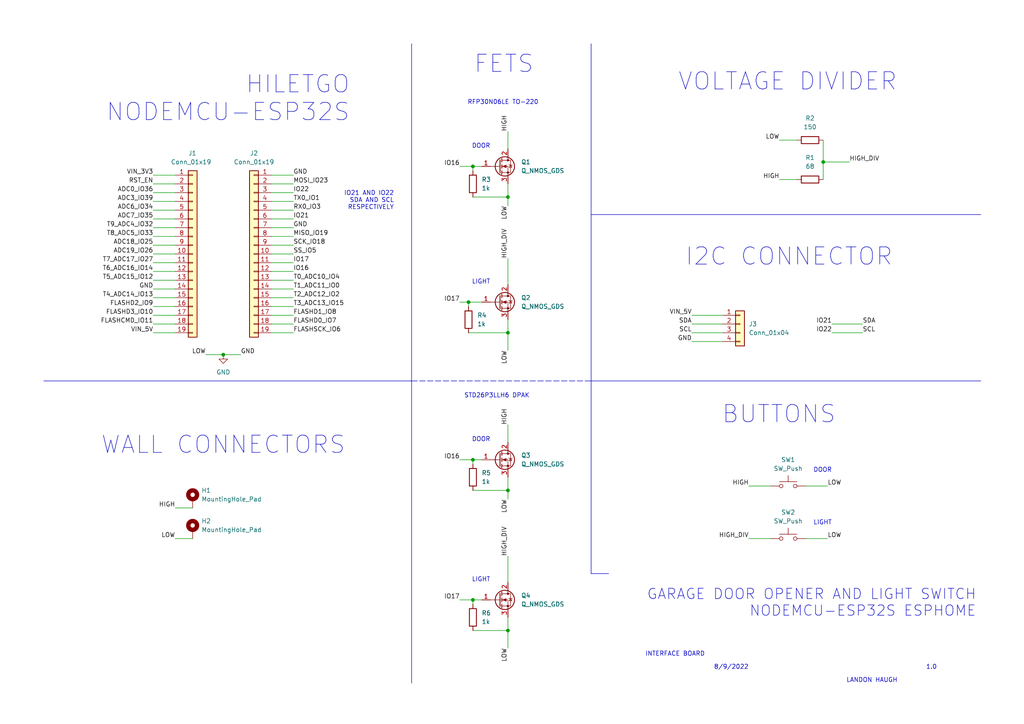
<source format=kicad_sch>
(kicad_sch (version 20211123) (generator eeschema)

  (uuid 66666111-0959-47c0-a5a9-64d8236b2d46)

  (paper "A4")

  (lib_symbols
    (symbol "Connector_Generic:Conn_01x04" (pin_names (offset 1.016) hide) (in_bom yes) (on_board yes)
      (property "Reference" "J" (id 0) (at 0 5.08 0)
        (effects (font (size 1.27 1.27)))
      )
      (property "Value" "Conn_01x04" (id 1) (at 0 -7.62 0)
        (effects (font (size 1.27 1.27)))
      )
      (property "Footprint" "" (id 2) (at 0 0 0)
        (effects (font (size 1.27 1.27)) hide)
      )
      (property "Datasheet" "~" (id 3) (at 0 0 0)
        (effects (font (size 1.27 1.27)) hide)
      )
      (property "ki_keywords" "connector" (id 4) (at 0 0 0)
        (effects (font (size 1.27 1.27)) hide)
      )
      (property "ki_description" "Generic connector, single row, 01x04, script generated (kicad-library-utils/schlib/autogen/connector/)" (id 5) (at 0 0 0)
        (effects (font (size 1.27 1.27)) hide)
      )
      (property "ki_fp_filters" "Connector*:*_1x??_*" (id 6) (at 0 0 0)
        (effects (font (size 1.27 1.27)) hide)
      )
      (symbol "Conn_01x04_1_1"
        (rectangle (start -1.27 -4.953) (end 0 -5.207)
          (stroke (width 0.1524) (type default) (color 0 0 0 0))
          (fill (type none))
        )
        (rectangle (start -1.27 -2.413) (end 0 -2.667)
          (stroke (width 0.1524) (type default) (color 0 0 0 0))
          (fill (type none))
        )
        (rectangle (start -1.27 0.127) (end 0 -0.127)
          (stroke (width 0.1524) (type default) (color 0 0 0 0))
          (fill (type none))
        )
        (rectangle (start -1.27 2.667) (end 0 2.413)
          (stroke (width 0.1524) (type default) (color 0 0 0 0))
          (fill (type none))
        )
        (rectangle (start -1.27 3.81) (end 1.27 -6.35)
          (stroke (width 0.254) (type default) (color 0 0 0 0))
          (fill (type background))
        )
        (pin passive line (at -5.08 2.54 0) (length 3.81)
          (name "Pin_1" (effects (font (size 1.27 1.27))))
          (number "1" (effects (font (size 1.27 1.27))))
        )
        (pin passive line (at -5.08 0 0) (length 3.81)
          (name "Pin_2" (effects (font (size 1.27 1.27))))
          (number "2" (effects (font (size 1.27 1.27))))
        )
        (pin passive line (at -5.08 -2.54 0) (length 3.81)
          (name "Pin_3" (effects (font (size 1.27 1.27))))
          (number "3" (effects (font (size 1.27 1.27))))
        )
        (pin passive line (at -5.08 -5.08 0) (length 3.81)
          (name "Pin_4" (effects (font (size 1.27 1.27))))
          (number "4" (effects (font (size 1.27 1.27))))
        )
      )
    )
    (symbol "Connector_Generic:Conn_01x19" (pin_names (offset 1.016) hide) (in_bom yes) (on_board yes)
      (property "Reference" "J" (id 0) (at 0 25.4 0)
        (effects (font (size 1.27 1.27)))
      )
      (property "Value" "Conn_01x19" (id 1) (at 0 -25.4 0)
        (effects (font (size 1.27 1.27)))
      )
      (property "Footprint" "" (id 2) (at 0 0 0)
        (effects (font (size 1.27 1.27)) hide)
      )
      (property "Datasheet" "~" (id 3) (at 0 0 0)
        (effects (font (size 1.27 1.27)) hide)
      )
      (property "ki_keywords" "connector" (id 4) (at 0 0 0)
        (effects (font (size 1.27 1.27)) hide)
      )
      (property "ki_description" "Generic connector, single row, 01x19, script generated (kicad-library-utils/schlib/autogen/connector/)" (id 5) (at 0 0 0)
        (effects (font (size 1.27 1.27)) hide)
      )
      (property "ki_fp_filters" "Connector*:*_1x??_*" (id 6) (at 0 0 0)
        (effects (font (size 1.27 1.27)) hide)
      )
      (symbol "Conn_01x19_1_1"
        (rectangle (start -1.27 -22.733) (end 0 -22.987)
          (stroke (width 0.1524) (type default) (color 0 0 0 0))
          (fill (type none))
        )
        (rectangle (start -1.27 -20.193) (end 0 -20.447)
          (stroke (width 0.1524) (type default) (color 0 0 0 0))
          (fill (type none))
        )
        (rectangle (start -1.27 -17.653) (end 0 -17.907)
          (stroke (width 0.1524) (type default) (color 0 0 0 0))
          (fill (type none))
        )
        (rectangle (start -1.27 -15.113) (end 0 -15.367)
          (stroke (width 0.1524) (type default) (color 0 0 0 0))
          (fill (type none))
        )
        (rectangle (start -1.27 -12.573) (end 0 -12.827)
          (stroke (width 0.1524) (type default) (color 0 0 0 0))
          (fill (type none))
        )
        (rectangle (start -1.27 -10.033) (end 0 -10.287)
          (stroke (width 0.1524) (type default) (color 0 0 0 0))
          (fill (type none))
        )
        (rectangle (start -1.27 -7.493) (end 0 -7.747)
          (stroke (width 0.1524) (type default) (color 0 0 0 0))
          (fill (type none))
        )
        (rectangle (start -1.27 -4.953) (end 0 -5.207)
          (stroke (width 0.1524) (type default) (color 0 0 0 0))
          (fill (type none))
        )
        (rectangle (start -1.27 -2.413) (end 0 -2.667)
          (stroke (width 0.1524) (type default) (color 0 0 0 0))
          (fill (type none))
        )
        (rectangle (start -1.27 0.127) (end 0 -0.127)
          (stroke (width 0.1524) (type default) (color 0 0 0 0))
          (fill (type none))
        )
        (rectangle (start -1.27 2.667) (end 0 2.413)
          (stroke (width 0.1524) (type default) (color 0 0 0 0))
          (fill (type none))
        )
        (rectangle (start -1.27 5.207) (end 0 4.953)
          (stroke (width 0.1524) (type default) (color 0 0 0 0))
          (fill (type none))
        )
        (rectangle (start -1.27 7.747) (end 0 7.493)
          (stroke (width 0.1524) (type default) (color 0 0 0 0))
          (fill (type none))
        )
        (rectangle (start -1.27 10.287) (end 0 10.033)
          (stroke (width 0.1524) (type default) (color 0 0 0 0))
          (fill (type none))
        )
        (rectangle (start -1.27 12.827) (end 0 12.573)
          (stroke (width 0.1524) (type default) (color 0 0 0 0))
          (fill (type none))
        )
        (rectangle (start -1.27 15.367) (end 0 15.113)
          (stroke (width 0.1524) (type default) (color 0 0 0 0))
          (fill (type none))
        )
        (rectangle (start -1.27 17.907) (end 0 17.653)
          (stroke (width 0.1524) (type default) (color 0 0 0 0))
          (fill (type none))
        )
        (rectangle (start -1.27 20.447) (end 0 20.193)
          (stroke (width 0.1524) (type default) (color 0 0 0 0))
          (fill (type none))
        )
        (rectangle (start -1.27 22.987) (end 0 22.733)
          (stroke (width 0.1524) (type default) (color 0 0 0 0))
          (fill (type none))
        )
        (rectangle (start -1.27 24.13) (end 1.27 -24.13)
          (stroke (width 0.254) (type default) (color 0 0 0 0))
          (fill (type background))
        )
        (pin passive line (at -5.08 22.86 0) (length 3.81)
          (name "Pin_1" (effects (font (size 1.27 1.27))))
          (number "1" (effects (font (size 1.27 1.27))))
        )
        (pin passive line (at -5.08 0 0) (length 3.81)
          (name "Pin_10" (effects (font (size 1.27 1.27))))
          (number "10" (effects (font (size 1.27 1.27))))
        )
        (pin passive line (at -5.08 -2.54 0) (length 3.81)
          (name "Pin_11" (effects (font (size 1.27 1.27))))
          (number "11" (effects (font (size 1.27 1.27))))
        )
        (pin passive line (at -5.08 -5.08 0) (length 3.81)
          (name "Pin_12" (effects (font (size 1.27 1.27))))
          (number "12" (effects (font (size 1.27 1.27))))
        )
        (pin passive line (at -5.08 -7.62 0) (length 3.81)
          (name "Pin_13" (effects (font (size 1.27 1.27))))
          (number "13" (effects (font (size 1.27 1.27))))
        )
        (pin passive line (at -5.08 -10.16 0) (length 3.81)
          (name "Pin_14" (effects (font (size 1.27 1.27))))
          (number "14" (effects (font (size 1.27 1.27))))
        )
        (pin passive line (at -5.08 -12.7 0) (length 3.81)
          (name "Pin_15" (effects (font (size 1.27 1.27))))
          (number "15" (effects (font (size 1.27 1.27))))
        )
        (pin passive line (at -5.08 -15.24 0) (length 3.81)
          (name "Pin_16" (effects (font (size 1.27 1.27))))
          (number "16" (effects (font (size 1.27 1.27))))
        )
        (pin passive line (at -5.08 -17.78 0) (length 3.81)
          (name "Pin_17" (effects (font (size 1.27 1.27))))
          (number "17" (effects (font (size 1.27 1.27))))
        )
        (pin passive line (at -5.08 -20.32 0) (length 3.81)
          (name "Pin_18" (effects (font (size 1.27 1.27))))
          (number "18" (effects (font (size 1.27 1.27))))
        )
        (pin passive line (at -5.08 -22.86 0) (length 3.81)
          (name "Pin_19" (effects (font (size 1.27 1.27))))
          (number "19" (effects (font (size 1.27 1.27))))
        )
        (pin passive line (at -5.08 20.32 0) (length 3.81)
          (name "Pin_2" (effects (font (size 1.27 1.27))))
          (number "2" (effects (font (size 1.27 1.27))))
        )
        (pin passive line (at -5.08 17.78 0) (length 3.81)
          (name "Pin_3" (effects (font (size 1.27 1.27))))
          (number "3" (effects (font (size 1.27 1.27))))
        )
        (pin passive line (at -5.08 15.24 0) (length 3.81)
          (name "Pin_4" (effects (font (size 1.27 1.27))))
          (number "4" (effects (font (size 1.27 1.27))))
        )
        (pin passive line (at -5.08 12.7 0) (length 3.81)
          (name "Pin_5" (effects (font (size 1.27 1.27))))
          (number "5" (effects (font (size 1.27 1.27))))
        )
        (pin passive line (at -5.08 10.16 0) (length 3.81)
          (name "Pin_6" (effects (font (size 1.27 1.27))))
          (number "6" (effects (font (size 1.27 1.27))))
        )
        (pin passive line (at -5.08 7.62 0) (length 3.81)
          (name "Pin_7" (effects (font (size 1.27 1.27))))
          (number "7" (effects (font (size 1.27 1.27))))
        )
        (pin passive line (at -5.08 5.08 0) (length 3.81)
          (name "Pin_8" (effects (font (size 1.27 1.27))))
          (number "8" (effects (font (size 1.27 1.27))))
        )
        (pin passive line (at -5.08 2.54 0) (length 3.81)
          (name "Pin_9" (effects (font (size 1.27 1.27))))
          (number "9" (effects (font (size 1.27 1.27))))
        )
      )
    )
    (symbol "Device:Q_NMOS_GDS" (pin_names (offset 0) hide) (in_bom yes) (on_board yes)
      (property "Reference" "Q" (id 0) (at 5.08 1.27 0)
        (effects (font (size 1.27 1.27)) (justify left))
      )
      (property "Value" "Q_NMOS_GDS" (id 1) (at 5.08 -1.27 0)
        (effects (font (size 1.27 1.27)) (justify left))
      )
      (property "Footprint" "" (id 2) (at 5.08 2.54 0)
        (effects (font (size 1.27 1.27)) hide)
      )
      (property "Datasheet" "~" (id 3) (at 0 0 0)
        (effects (font (size 1.27 1.27)) hide)
      )
      (property "ki_keywords" "transistor NMOS N-MOS N-MOSFET" (id 4) (at 0 0 0)
        (effects (font (size 1.27 1.27)) hide)
      )
      (property "ki_description" "N-MOSFET transistor, gate/drain/source" (id 5) (at 0 0 0)
        (effects (font (size 1.27 1.27)) hide)
      )
      (symbol "Q_NMOS_GDS_0_1"
        (polyline
          (pts
            (xy 0.254 0)
            (xy -2.54 0)
          )
          (stroke (width 0) (type default) (color 0 0 0 0))
          (fill (type none))
        )
        (polyline
          (pts
            (xy 0.254 1.905)
            (xy 0.254 -1.905)
          )
          (stroke (width 0.254) (type default) (color 0 0 0 0))
          (fill (type none))
        )
        (polyline
          (pts
            (xy 0.762 -1.27)
            (xy 0.762 -2.286)
          )
          (stroke (width 0.254) (type default) (color 0 0 0 0))
          (fill (type none))
        )
        (polyline
          (pts
            (xy 0.762 0.508)
            (xy 0.762 -0.508)
          )
          (stroke (width 0.254) (type default) (color 0 0 0 0))
          (fill (type none))
        )
        (polyline
          (pts
            (xy 0.762 2.286)
            (xy 0.762 1.27)
          )
          (stroke (width 0.254) (type default) (color 0 0 0 0))
          (fill (type none))
        )
        (polyline
          (pts
            (xy 2.54 2.54)
            (xy 2.54 1.778)
          )
          (stroke (width 0) (type default) (color 0 0 0 0))
          (fill (type none))
        )
        (polyline
          (pts
            (xy 2.54 -2.54)
            (xy 2.54 0)
            (xy 0.762 0)
          )
          (stroke (width 0) (type default) (color 0 0 0 0))
          (fill (type none))
        )
        (polyline
          (pts
            (xy 0.762 -1.778)
            (xy 3.302 -1.778)
            (xy 3.302 1.778)
            (xy 0.762 1.778)
          )
          (stroke (width 0) (type default) (color 0 0 0 0))
          (fill (type none))
        )
        (polyline
          (pts
            (xy 1.016 0)
            (xy 2.032 0.381)
            (xy 2.032 -0.381)
            (xy 1.016 0)
          )
          (stroke (width 0) (type default) (color 0 0 0 0))
          (fill (type outline))
        )
        (polyline
          (pts
            (xy 2.794 0.508)
            (xy 2.921 0.381)
            (xy 3.683 0.381)
            (xy 3.81 0.254)
          )
          (stroke (width 0) (type default) (color 0 0 0 0))
          (fill (type none))
        )
        (polyline
          (pts
            (xy 3.302 0.381)
            (xy 2.921 -0.254)
            (xy 3.683 -0.254)
            (xy 3.302 0.381)
          )
          (stroke (width 0) (type default) (color 0 0 0 0))
          (fill (type none))
        )
        (circle (center 1.651 0) (radius 2.794)
          (stroke (width 0.254) (type default) (color 0 0 0 0))
          (fill (type none))
        )
        (circle (center 2.54 -1.778) (radius 0.254)
          (stroke (width 0) (type default) (color 0 0 0 0))
          (fill (type outline))
        )
        (circle (center 2.54 1.778) (radius 0.254)
          (stroke (width 0) (type default) (color 0 0 0 0))
          (fill (type outline))
        )
      )
      (symbol "Q_NMOS_GDS_1_1"
        (pin input line (at -5.08 0 0) (length 2.54)
          (name "G" (effects (font (size 1.27 1.27))))
          (number "1" (effects (font (size 1.27 1.27))))
        )
        (pin passive line (at 2.54 5.08 270) (length 2.54)
          (name "D" (effects (font (size 1.27 1.27))))
          (number "2" (effects (font (size 1.27 1.27))))
        )
        (pin passive line (at 2.54 -5.08 90) (length 2.54)
          (name "S" (effects (font (size 1.27 1.27))))
          (number "3" (effects (font (size 1.27 1.27))))
        )
      )
    )
    (symbol "Device:R" (pin_numbers hide) (pin_names (offset 0)) (in_bom yes) (on_board yes)
      (property "Reference" "R" (id 0) (at 2.032 0 90)
        (effects (font (size 1.27 1.27)))
      )
      (property "Value" "R" (id 1) (at 0 0 90)
        (effects (font (size 1.27 1.27)))
      )
      (property "Footprint" "" (id 2) (at -1.778 0 90)
        (effects (font (size 1.27 1.27)) hide)
      )
      (property "Datasheet" "~" (id 3) (at 0 0 0)
        (effects (font (size 1.27 1.27)) hide)
      )
      (property "ki_keywords" "R res resistor" (id 4) (at 0 0 0)
        (effects (font (size 1.27 1.27)) hide)
      )
      (property "ki_description" "Resistor" (id 5) (at 0 0 0)
        (effects (font (size 1.27 1.27)) hide)
      )
      (property "ki_fp_filters" "R_*" (id 6) (at 0 0 0)
        (effects (font (size 1.27 1.27)) hide)
      )
      (symbol "R_0_1"
        (rectangle (start -1.016 -2.54) (end 1.016 2.54)
          (stroke (width 0.254) (type default) (color 0 0 0 0))
          (fill (type none))
        )
      )
      (symbol "R_1_1"
        (pin passive line (at 0 3.81 270) (length 1.27)
          (name "~" (effects (font (size 1.27 1.27))))
          (number "1" (effects (font (size 1.27 1.27))))
        )
        (pin passive line (at 0 -3.81 90) (length 1.27)
          (name "~" (effects (font (size 1.27 1.27))))
          (number "2" (effects (font (size 1.27 1.27))))
        )
      )
    )
    (symbol "Mechanical:MountingHole_Pad" (pin_numbers hide) (pin_names (offset 1.016) hide) (in_bom yes) (on_board yes)
      (property "Reference" "H" (id 0) (at 0 6.35 0)
        (effects (font (size 1.27 1.27)))
      )
      (property "Value" "MountingHole_Pad" (id 1) (at 0 4.445 0)
        (effects (font (size 1.27 1.27)))
      )
      (property "Footprint" "" (id 2) (at 0 0 0)
        (effects (font (size 1.27 1.27)) hide)
      )
      (property "Datasheet" "~" (id 3) (at 0 0 0)
        (effects (font (size 1.27 1.27)) hide)
      )
      (property "ki_keywords" "mounting hole" (id 4) (at 0 0 0)
        (effects (font (size 1.27 1.27)) hide)
      )
      (property "ki_description" "Mounting Hole with connection" (id 5) (at 0 0 0)
        (effects (font (size 1.27 1.27)) hide)
      )
      (property "ki_fp_filters" "MountingHole*Pad*" (id 6) (at 0 0 0)
        (effects (font (size 1.27 1.27)) hide)
      )
      (symbol "MountingHole_Pad_0_1"
        (circle (center 0 1.27) (radius 1.27)
          (stroke (width 1.27) (type default) (color 0 0 0 0))
          (fill (type none))
        )
      )
      (symbol "MountingHole_Pad_1_1"
        (pin input line (at 0 -2.54 90) (length 2.54)
          (name "1" (effects (font (size 1.27 1.27))))
          (number "1" (effects (font (size 1.27 1.27))))
        )
      )
    )
    (symbol "Switch:SW_Push" (pin_numbers hide) (pin_names (offset 1.016) hide) (in_bom yes) (on_board yes)
      (property "Reference" "SW" (id 0) (at 1.27 2.54 0)
        (effects (font (size 1.27 1.27)) (justify left))
      )
      (property "Value" "SW_Push" (id 1) (at 0 -1.524 0)
        (effects (font (size 1.27 1.27)))
      )
      (property "Footprint" "" (id 2) (at 0 5.08 0)
        (effects (font (size 1.27 1.27)) hide)
      )
      (property "Datasheet" "~" (id 3) (at 0 5.08 0)
        (effects (font (size 1.27 1.27)) hide)
      )
      (property "ki_keywords" "switch normally-open pushbutton push-button" (id 4) (at 0 0 0)
        (effects (font (size 1.27 1.27)) hide)
      )
      (property "ki_description" "Push button switch, generic, two pins" (id 5) (at 0 0 0)
        (effects (font (size 1.27 1.27)) hide)
      )
      (symbol "SW_Push_0_1"
        (circle (center -2.032 0) (radius 0.508)
          (stroke (width 0) (type default) (color 0 0 0 0))
          (fill (type none))
        )
        (polyline
          (pts
            (xy 0 1.27)
            (xy 0 3.048)
          )
          (stroke (width 0) (type default) (color 0 0 0 0))
          (fill (type none))
        )
        (polyline
          (pts
            (xy 2.54 1.27)
            (xy -2.54 1.27)
          )
          (stroke (width 0) (type default) (color 0 0 0 0))
          (fill (type none))
        )
        (circle (center 2.032 0) (radius 0.508)
          (stroke (width 0) (type default) (color 0 0 0 0))
          (fill (type none))
        )
        (pin passive line (at -5.08 0 0) (length 2.54)
          (name "1" (effects (font (size 1.27 1.27))))
          (number "1" (effects (font (size 1.27 1.27))))
        )
        (pin passive line (at 5.08 0 180) (length 2.54)
          (name "2" (effects (font (size 1.27 1.27))))
          (number "2" (effects (font (size 1.27 1.27))))
        )
      )
    )
    (symbol "power:GND" (power) (pin_names (offset 0)) (in_bom yes) (on_board yes)
      (property "Reference" "#PWR" (id 0) (at 0 -6.35 0)
        (effects (font (size 1.27 1.27)) hide)
      )
      (property "Value" "GND" (id 1) (at 0 -3.81 0)
        (effects (font (size 1.27 1.27)))
      )
      (property "Footprint" "" (id 2) (at 0 0 0)
        (effects (font (size 1.27 1.27)) hide)
      )
      (property "Datasheet" "" (id 3) (at 0 0 0)
        (effects (font (size 1.27 1.27)) hide)
      )
      (property "ki_keywords" "power-flag" (id 4) (at 0 0 0)
        (effects (font (size 1.27 1.27)) hide)
      )
      (property "ki_description" "Power symbol creates a global label with name \"GND\" , ground" (id 5) (at 0 0 0)
        (effects (font (size 1.27 1.27)) hide)
      )
      (symbol "GND_0_1"
        (polyline
          (pts
            (xy 0 0)
            (xy 0 -1.27)
            (xy 1.27 -1.27)
            (xy 0 -2.54)
            (xy -1.27 -1.27)
            (xy 0 -1.27)
          )
          (stroke (width 0) (type default) (color 0 0 0 0))
          (fill (type none))
        )
      )
      (symbol "GND_1_1"
        (pin power_in line (at 0 0 270) (length 0) hide
          (name "GND" (effects (font (size 1.27 1.27))))
          (number "1" (effects (font (size 1.27 1.27))))
        )
      )
    )
  )

  (junction (at 147.32 57.15) (diameter 0) (color 0 0 0 0)
    (uuid 15ba8359-8fd2-44ec-abf1-b655a1f71ec1)
  )
  (junction (at 147.32 182.88) (diameter 0) (color 0 0 0 0)
    (uuid 3fa428ed-e2c0-4ee4-9e01-d77450ecee5a)
  )
  (junction (at 238.76 46.99) (diameter 0) (color 0 0 0 0)
    (uuid 4105a3f1-3d63-4d87-aaee-2ca706c86996)
  )
  (junction (at 137.16 48.26) (diameter 0) (color 0 0 0 0)
    (uuid 57a17694-d9b8-4e3b-a5b8-5b410d6f2f94)
  )
  (junction (at 137.16 173.99) (diameter 0) (color 0 0 0 0)
    (uuid 94442d63-b72b-411a-8da8-090f2893d692)
  )
  (junction (at 135.89 87.63) (diameter 0) (color 0 0 0 0)
    (uuid a84c779a-e082-4e37-9428-bf5a41eb2330)
  )
  (junction (at 137.16 133.35) (diameter 0) (color 0 0 0 0)
    (uuid b7f0de42-999f-4146-ba46-1b703b6aa1d9)
  )
  (junction (at 147.32 96.52) (diameter 0) (color 0 0 0 0)
    (uuid d659f1a8-a578-4251-aee6-4641791b5e0a)
  )
  (junction (at 64.77 102.87) (diameter 0) (color 0 0 0 0)
    (uuid e26eff54-08e0-406a-ace3-b1a418dba27d)
  )
  (junction (at 147.32 142.24) (diameter 0) (color 0 0 0 0)
    (uuid fbddbe34-086d-452e-826c-3c388f5a651a)
  )

  (wire (pts (xy 137.16 173.99) (xy 139.7 173.99))
    (stroke (width 0) (type default) (color 0 0 0 0))
    (uuid 00c5460a-47a9-4a0c-a76d-dafb5149c463)
  )
  (wire (pts (xy 133.35 48.26) (xy 137.16 48.26))
    (stroke (width 0) (type default) (color 0 0 0 0))
    (uuid 01bf07fd-5a02-4b4d-ba27-71eb021d8ba9)
  )
  (wire (pts (xy 44.45 60.96) (xy 50.8 60.96))
    (stroke (width 0) (type default) (color 0 0 0 0))
    (uuid 02dd37ac-6ccc-489f-a3e4-6a30a8741b92)
  )
  (wire (pts (xy 78.74 91.44) (xy 85.09 91.44))
    (stroke (width 0) (type default) (color 0 0 0 0))
    (uuid 06bd0b33-2834-4176-8450-791c67c97698)
  )
  (wire (pts (xy 233.68 140.97) (xy 240.03 140.97))
    (stroke (width 0) (type default) (color 0 0 0 0))
    (uuid 076a5972-8bbd-46f7-9088-b2df9654c462)
  )
  (polyline (pts (xy 171.45 110.49) (xy 171.45 166.37))
    (stroke (width 0) (type solid) (color 0 0 0 0))
    (uuid 0af8868d-af38-40c5-89a5-58fc9128e2c1)
  )

  (wire (pts (xy 44.45 78.74) (xy 50.8 78.74))
    (stroke (width 0) (type default) (color 0 0 0 0))
    (uuid 0b81db27-00ff-4965-9d2f-44c958dde53b)
  )
  (wire (pts (xy 44.45 53.34) (xy 50.8 53.34))
    (stroke (width 0) (type default) (color 0 0 0 0))
    (uuid 1170b95c-ca3e-4d74-abbb-5ed54ea8745f)
  )
  (wire (pts (xy 200.66 99.06) (xy 209.55 99.06))
    (stroke (width 0) (type default) (color 0 0 0 0))
    (uuid 15a65304-8dec-490c-bfc5-9e68bf3a87d4)
  )
  (wire (pts (xy 147.32 74.93) (xy 147.32 82.55))
    (stroke (width 0) (type default) (color 0 0 0 0))
    (uuid 17c59d67-1f61-464f-9497-fdf70b213ebd)
  )
  (wire (pts (xy 44.45 81.28) (xy 50.8 81.28))
    (stroke (width 0) (type default) (color 0 0 0 0))
    (uuid 1a817bb7-3e12-42fb-83e1-9c6600d78c4a)
  )
  (polyline (pts (xy 119.38 110.49) (xy 119.38 198.12))
    (stroke (width 0) (type solid) (color 0 0 0 0))
    (uuid 21ddf68d-bb02-479c-bfdb-d380269ab461)
  )

  (wire (pts (xy 238.76 40.64) (xy 238.76 46.99))
    (stroke (width 0) (type default) (color 0 0 0 0))
    (uuid 24b85e30-8666-4c7d-9964-4e14ed43dc23)
  )
  (wire (pts (xy 135.89 96.52) (xy 147.32 96.52))
    (stroke (width 0) (type default) (color 0 0 0 0))
    (uuid 274534be-8ba6-44ae-90e0-e7a7b57289c1)
  )
  (wire (pts (xy 147.32 142.24) (xy 147.32 144.78))
    (stroke (width 0) (type default) (color 0 0 0 0))
    (uuid 2811c025-de98-42be-9da2-13a87c04e88c)
  )
  (wire (pts (xy 78.74 73.66) (xy 85.09 73.66))
    (stroke (width 0) (type default) (color 0 0 0 0))
    (uuid 2de0d2c9-04ae-463c-b838-1eaa44828192)
  )
  (wire (pts (xy 133.35 133.35) (xy 137.16 133.35))
    (stroke (width 0) (type default) (color 0 0 0 0))
    (uuid 2f3fbcf1-8dab-44c2-907e-76fe1837dae3)
  )
  (wire (pts (xy 147.32 57.15) (xy 147.32 59.69))
    (stroke (width 0) (type default) (color 0 0 0 0))
    (uuid 3231cc68-4c1a-458f-b755-bed485c4a7f8)
  )
  (wire (pts (xy 59.69 102.87) (xy 64.77 102.87))
    (stroke (width 0) (type default) (color 0 0 0 0))
    (uuid 3866dcdb-f2ed-4fa2-83c4-88e3c407f8dc)
  )
  (wire (pts (xy 137.16 133.35) (xy 139.7 133.35))
    (stroke (width 0) (type default) (color 0 0 0 0))
    (uuid 3d71891b-97a5-4fa1-85e5-5421fe13587a)
  )
  (wire (pts (xy 137.16 48.26) (xy 137.16 49.53))
    (stroke (width 0) (type default) (color 0 0 0 0))
    (uuid 3dbfc315-2c2e-4243-9d6d-c30b78bb9e3b)
  )
  (wire (pts (xy 44.45 93.98) (xy 50.8 93.98))
    (stroke (width 0) (type default) (color 0 0 0 0))
    (uuid 402d06e9-2b40-4ac4-b8ca-7c2b81c3ee48)
  )
  (wire (pts (xy 44.45 71.12) (xy 50.8 71.12))
    (stroke (width 0) (type default) (color 0 0 0 0))
    (uuid 40342921-49a6-400c-89e0-2cf2375bb977)
  )
  (wire (pts (xy 44.45 76.2) (xy 50.8 76.2))
    (stroke (width 0) (type default) (color 0 0 0 0))
    (uuid 44eb2c92-0e4b-4c97-ab0e-623bec859b8d)
  )
  (polyline (pts (xy 119.38 110.49) (xy 171.45 110.49))
    (stroke (width 0) (type default) (color 0 0 0 0))
    (uuid 588832e3-d663-4fec-9aef-037bd282b2d5)
  )

  (wire (pts (xy 137.16 173.99) (xy 137.16 175.26))
    (stroke (width 0) (type default) (color 0 0 0 0))
    (uuid 58c32abe-1fcb-4d04-a332-5ef3081af274)
  )
  (wire (pts (xy 44.45 50.8) (xy 50.8 50.8))
    (stroke (width 0) (type default) (color 0 0 0 0))
    (uuid 5cd92d7a-89a5-468b-b994-ff7ebafa08aa)
  )
  (polyline (pts (xy 171.45 166.37) (xy 176.53 166.37))
    (stroke (width 0) (type solid) (color 0 0 0 0))
    (uuid 5d2ef1b7-51bd-48fb-98db-c937b64b8bef)
  )

  (wire (pts (xy 78.74 50.8) (xy 85.09 50.8))
    (stroke (width 0) (type default) (color 0 0 0 0))
    (uuid 617ddc2f-c0a8-43d3-9a7a-9433683896a3)
  )
  (wire (pts (xy 137.16 48.26) (xy 139.7 48.26))
    (stroke (width 0) (type default) (color 0 0 0 0))
    (uuid 64b29cfe-c723-4571-9e0c-42c1fa6799e3)
  )
  (wire (pts (xy 147.32 38.1) (xy 147.32 43.18))
    (stroke (width 0) (type default) (color 0 0 0 0))
    (uuid 6746c2fa-cf5c-46e3-b2fb-5553b0c52132)
  )
  (wire (pts (xy 135.89 87.63) (xy 139.7 87.63))
    (stroke (width 0) (type default) (color 0 0 0 0))
    (uuid 69647c58-96c3-4bde-828a-ffdef46d7af6)
  )
  (wire (pts (xy 78.74 76.2) (xy 85.09 76.2))
    (stroke (width 0) (type default) (color 0 0 0 0))
    (uuid 6b12d880-dadd-4713-b611-3d29b60ee1cd)
  )
  (wire (pts (xy 147.32 53.34) (xy 147.32 57.15))
    (stroke (width 0) (type default) (color 0 0 0 0))
    (uuid 6deab237-9149-4593-8670-db401ff35e00)
  )
  (wire (pts (xy 241.3 96.52) (xy 250.19 96.52))
    (stroke (width 0) (type default) (color 0 0 0 0))
    (uuid 6ff124f5-d1cc-4713-a02e-47028538b650)
  )
  (wire (pts (xy 78.74 86.36) (xy 85.09 86.36))
    (stroke (width 0) (type default) (color 0 0 0 0))
    (uuid 74bea843-6d41-4a4a-8893-9b6b43e7c5dc)
  )
  (wire (pts (xy 78.74 60.96) (xy 85.09 60.96))
    (stroke (width 0) (type default) (color 0 0 0 0))
    (uuid 7754cbea-fcd4-4964-bf96-99ea0dc69df0)
  )
  (wire (pts (xy 64.77 102.87) (xy 69.85 102.87))
    (stroke (width 0) (type default) (color 0 0 0 0))
    (uuid 7ad326e8-a35e-4b2e-ab19-947728780945)
  )
  (polyline (pts (xy 171.45 110.49) (xy 284.48 110.49))
    (stroke (width 0) (type solid) (color 0 0 0 0))
    (uuid 7c16825c-c99e-40c7-b7a4-48b732b8616f)
  )

  (wire (pts (xy 147.32 96.52) (xy 147.32 101.6))
    (stroke (width 0) (type default) (color 0 0 0 0))
    (uuid 7c97c8c1-e88f-48fc-baf4-6294a3d71619)
  )
  (wire (pts (xy 78.74 68.58) (xy 85.09 68.58))
    (stroke (width 0) (type default) (color 0 0 0 0))
    (uuid 826306e5-0bc1-4570-9ad0-756c57aa4487)
  )
  (wire (pts (xy 78.74 88.9) (xy 85.09 88.9))
    (stroke (width 0) (type default) (color 0 0 0 0))
    (uuid 830320bf-24d1-4da2-a4c4-5c431d9fdd80)
  )
  (wire (pts (xy 78.74 53.34) (xy 85.09 53.34))
    (stroke (width 0) (type default) (color 0 0 0 0))
    (uuid 87aff9b0-a48d-441b-a394-b6dcb9c6de47)
  )
  (wire (pts (xy 50.8 147.32) (xy 55.88 147.32))
    (stroke (width 0) (type default) (color 0 0 0 0))
    (uuid 8bad621a-c997-4f97-a249-8449c7a438e7)
  )
  (wire (pts (xy 147.32 179.07) (xy 147.32 182.88))
    (stroke (width 0) (type default) (color 0 0 0 0))
    (uuid 8c8de789-12a7-4b9c-8542-c0fe11747b3e)
  )
  (wire (pts (xy 44.45 73.66) (xy 50.8 73.66))
    (stroke (width 0) (type default) (color 0 0 0 0))
    (uuid 8d502cd0-6429-454b-a8bc-2b228afefcc1)
  )
  (wire (pts (xy 133.35 87.63) (xy 135.89 87.63))
    (stroke (width 0) (type default) (color 0 0 0 0))
    (uuid 8dfcb25b-df8b-40cd-a698-68402bf9ba5a)
  )
  (wire (pts (xy 135.89 87.63) (xy 135.89 88.9))
    (stroke (width 0) (type default) (color 0 0 0 0))
    (uuid 8fb3d1b3-a412-41f9-ac06-794346b8d5c9)
  )
  (wire (pts (xy 217.17 140.97) (xy 223.52 140.97))
    (stroke (width 0) (type default) (color 0 0 0 0))
    (uuid 92744a80-6bcc-4e94-8162-587f79e0a1eb)
  )
  (wire (pts (xy 78.74 96.52) (xy 85.09 96.52))
    (stroke (width 0) (type default) (color 0 0 0 0))
    (uuid 935cf1b5-34ee-43ca-a945-51816305dfce)
  )
  (wire (pts (xy 44.45 63.5) (xy 50.8 63.5))
    (stroke (width 0) (type default) (color 0 0 0 0))
    (uuid 979916e9-30d6-4286-a36c-3ed7528163d6)
  )
  (wire (pts (xy 238.76 46.99) (xy 246.38 46.99))
    (stroke (width 0) (type default) (color 0 0 0 0))
    (uuid 98db21cb-6cb8-4b71-b62b-6dd1658c78ed)
  )
  (wire (pts (xy 137.16 142.24) (xy 147.32 142.24))
    (stroke (width 0) (type default) (color 0 0 0 0))
    (uuid 999600c9-1dc8-4c81-9179-907bded9f4e1)
  )
  (wire (pts (xy 238.76 46.99) (xy 238.76 52.07))
    (stroke (width 0) (type default) (color 0 0 0 0))
    (uuid 999b8fee-2d16-4a9e-9c98-bd91ddb85e7d)
  )
  (wire (pts (xy 133.35 173.99) (xy 137.16 173.99))
    (stroke (width 0) (type default) (color 0 0 0 0))
    (uuid 9bc2bf76-b96c-4afa-bea4-6016e0b9bc25)
  )
  (wire (pts (xy 44.45 91.44) (xy 50.8 91.44))
    (stroke (width 0) (type default) (color 0 0 0 0))
    (uuid 9c2e1b06-499d-464e-b750-eaf9c693be70)
  )
  (wire (pts (xy 200.66 91.44) (xy 209.55 91.44))
    (stroke (width 0) (type default) (color 0 0 0 0))
    (uuid 9cd1da6b-331b-430a-8eab-aeb23e83d489)
  )
  (polyline (pts (xy 12.7 110.49) (xy 119.38 110.49))
    (stroke (width 0) (type solid) (color 0 0 0 0))
    (uuid 9e36aa8d-73ef-49ee-a24f-9e3e2511bd52)
  )

  (wire (pts (xy 226.06 52.07) (xy 231.14 52.07))
    (stroke (width 0) (type default) (color 0 0 0 0))
    (uuid a0d858e1-a085-425e-ac49-f860cedd928f)
  )
  (wire (pts (xy 44.45 68.58) (xy 50.8 68.58))
    (stroke (width 0) (type default) (color 0 0 0 0))
    (uuid a62ca01d-a3f5-435e-9479-2c938ce2ed5c)
  )
  (wire (pts (xy 78.74 63.5) (xy 85.09 63.5))
    (stroke (width 0) (type default) (color 0 0 0 0))
    (uuid a90eb401-8979-4d06-a991-7694f8419449)
  )
  (wire (pts (xy 147.32 123.19) (xy 147.32 128.27))
    (stroke (width 0) (type default) (color 0 0 0 0))
    (uuid b1e396de-774c-4b13-afe8-f7e53f77f8c8)
  )
  (wire (pts (xy 147.32 138.43) (xy 147.32 142.24))
    (stroke (width 0) (type default) (color 0 0 0 0))
    (uuid b383ff6b-36cc-4727-bef1-8dcf104c5933)
  )
  (wire (pts (xy 78.74 71.12) (xy 85.09 71.12))
    (stroke (width 0) (type default) (color 0 0 0 0))
    (uuid b395a694-cc7d-4f31-8a71-da3032487a0b)
  )
  (wire (pts (xy 44.45 66.04) (xy 50.8 66.04))
    (stroke (width 0) (type default) (color 0 0 0 0))
    (uuid b4990faa-3805-4e25-b0e2-954818f7a6ad)
  )
  (wire (pts (xy 137.16 133.35) (xy 137.16 134.62))
    (stroke (width 0) (type default) (color 0 0 0 0))
    (uuid b4cf174d-661b-495b-a99b-ccd5358c6b54)
  )
  (wire (pts (xy 44.45 83.82) (xy 50.8 83.82))
    (stroke (width 0) (type default) (color 0 0 0 0))
    (uuid b67fb378-ba1b-461a-9ae3-d226f6e5ec27)
  )
  (wire (pts (xy 78.74 55.88) (xy 85.09 55.88))
    (stroke (width 0) (type default) (color 0 0 0 0))
    (uuid b8c8956a-d35d-48f6-8f3a-664ef626c166)
  )
  (wire (pts (xy 200.66 93.98) (xy 209.55 93.98))
    (stroke (width 0) (type default) (color 0 0 0 0))
    (uuid bd109612-3058-49f0-b605-875f23482b3d)
  )
  (polyline (pts (xy 171.45 62.23) (xy 284.48 62.23))
    (stroke (width 0) (type solid) (color 0 0 0 0))
    (uuid c1902b28-d570-4f6d-b632-c36a0faf0017)
  )

  (wire (pts (xy 78.74 66.04) (xy 85.09 66.04))
    (stroke (width 0) (type default) (color 0 0 0 0))
    (uuid c20648e6-de43-448c-b026-be63c078f5c7)
  )
  (wire (pts (xy 44.45 88.9) (xy 50.8 88.9))
    (stroke (width 0) (type default) (color 0 0 0 0))
    (uuid c61be3e6-9b1b-4e7f-98cc-5448309a50c5)
  )
  (polyline (pts (xy 119.38 12.7) (xy 119.38 110.49))
    (stroke (width 0) (type solid) (color 0 0 0 0))
    (uuid cec980ea-3ca3-418c-b565-1c8d975d57ff)
  )

  (wire (pts (xy 137.16 182.88) (xy 147.32 182.88))
    (stroke (width 0) (type default) (color 0 0 0 0))
    (uuid d4f742c8-9556-44db-a6ed-bbbf5adc0d31)
  )
  (wire (pts (xy 217.17 156.21) (xy 223.52 156.21))
    (stroke (width 0) (type default) (color 0 0 0 0))
    (uuid d6d2d126-6081-40e1-8039-28ad14b6b1ff)
  )
  (wire (pts (xy 241.3 93.98) (xy 250.19 93.98))
    (stroke (width 0) (type default) (color 0 0 0 0))
    (uuid d92a6c4e-6607-4ec0-992b-bfca2e5c02a3)
  )
  (wire (pts (xy 50.8 156.21) (xy 55.88 156.21))
    (stroke (width 0) (type default) (color 0 0 0 0))
    (uuid da8ff8f2-c484-4af1-99a6-9a8a6f266b58)
  )
  (wire (pts (xy 44.45 96.52) (xy 50.8 96.52))
    (stroke (width 0) (type default) (color 0 0 0 0))
    (uuid dceaba44-1a7a-4fc6-9717-3ab79e3b97de)
  )
  (wire (pts (xy 78.74 78.74) (xy 85.09 78.74))
    (stroke (width 0) (type default) (color 0 0 0 0))
    (uuid df7f72c9-7d17-4c18-9cd5-d0e6a243ccc8)
  )
  (wire (pts (xy 137.16 57.15) (xy 147.32 57.15))
    (stroke (width 0) (type default) (color 0 0 0 0))
    (uuid e0e5d671-1505-4ee1-85a5-32c8f826e0ee)
  )
  (wire (pts (xy 78.74 81.28) (xy 85.09 81.28))
    (stroke (width 0) (type default) (color 0 0 0 0))
    (uuid e21e9dcf-342c-4a72-95a2-299c529ce4aa)
  )
  (wire (pts (xy 78.74 58.42) (xy 85.09 58.42))
    (stroke (width 0) (type default) (color 0 0 0 0))
    (uuid e6877d38-0fd7-4a50-8fa4-ac4e74017c39)
  )
  (wire (pts (xy 226.06 40.64) (xy 231.14 40.64))
    (stroke (width 0) (type default) (color 0 0 0 0))
    (uuid e700173a-f788-4a97-90bc-6371dfbbe683)
  )
  (wire (pts (xy 78.74 83.82) (xy 85.09 83.82))
    (stroke (width 0) (type default) (color 0 0 0 0))
    (uuid e86fad4e-e6b5-47c7-afdb-0588fb89a420)
  )
  (wire (pts (xy 200.66 96.52) (xy 209.55 96.52))
    (stroke (width 0) (type default) (color 0 0 0 0))
    (uuid e8bd7f00-629d-4211-9a28-f298ff83b56b)
  )
  (wire (pts (xy 147.32 182.88) (xy 147.32 187.96))
    (stroke (width 0) (type default) (color 0 0 0 0))
    (uuid e97eb414-5de2-49e9-8d5a-9cc0529fca2f)
  )
  (wire (pts (xy 44.45 86.36) (xy 50.8 86.36))
    (stroke (width 0) (type default) (color 0 0 0 0))
    (uuid eaff587a-0081-4970-88e5-c83676434c08)
  )
  (wire (pts (xy 233.68 156.21) (xy 240.03 156.21))
    (stroke (width 0) (type default) (color 0 0 0 0))
    (uuid ec82c29c-3a89-49a1-ab65-02ec982aea85)
  )
  (wire (pts (xy 147.32 161.29) (xy 147.32 168.91))
    (stroke (width 0) (type default) (color 0 0 0 0))
    (uuid ed932865-7105-4b7f-91ab-4a32bbb79e50)
  )
  (wire (pts (xy 44.45 55.88) (xy 50.8 55.88))
    (stroke (width 0) (type default) (color 0 0 0 0))
    (uuid f7821d92-267e-498e-9b08-c3d70c6a066c)
  )
  (wire (pts (xy 147.32 92.71) (xy 147.32 96.52))
    (stroke (width 0) (type default) (color 0 0 0 0))
    (uuid f8609916-3224-4986-89e7-3aeff12e8c63)
  )
  (wire (pts (xy 78.74 93.98) (xy 85.09 93.98))
    (stroke (width 0) (type default) (color 0 0 0 0))
    (uuid fa19a002-62f9-46af-a1f0-eb7100f5533d)
  )
  (wire (pts (xy 44.45 58.42) (xy 50.8 58.42))
    (stroke (width 0) (type default) (color 0 0 0 0))
    (uuid fc3a6c21-9178-4bb5-b3f0-7bc16495827c)
  )
  (polyline (pts (xy 171.45 12.7) (xy 171.45 110.49))
    (stroke (width 0) (type solid) (color 0 0 0 0))
    (uuid ff1b8d47-30f4-474b-b73d-389395437b7c)
  )

  (text "VOLTAGE DIVIDER" (at 260.35 26.67 180)
    (effects (font (size 5 5)) (justify right bottom))
    (uuid 08b716b1-e911-4d16-b518-ab57e16fcc12)
  )
  (text "WALL CONNECTORS" (at 100.33 132.08 180)
    (effects (font (size 5 5)) (justify right bottom))
    (uuid 0d656ebf-5b0a-45b4-ad5c-83f2e22a5e57)
  )
  (text "LANDON HAUGH" (at 260.35 198.12 180)
    (effects (font (size 1.27 1.27)) (justify right bottom))
    (uuid 191ba2b1-7d32-414d-b62f-f9e259db887a)
  )
  (text "DOOR" (at 241.3 137.16 180)
    (effects (font (size 1.27 1.27)) (justify right bottom))
    (uuid 324cef9c-ca38-4fef-89e5-fddff98ac400)
  )
  (text "IO21 AND IO22\nSDA AND SCL\nRESPECTIVELY" (at 114.3 60.96 180)
    (effects (font (size 1.27 1.27)) (justify right bottom))
    (uuid 3625e321-4aa8-45d4-b729-08d2a76b2874)
  )
  (text "HILETGO\nNODEMCU-ESP32S" (at 101.6 35.56 180)
    (effects (font (size 5 5)) (justify right bottom))
    (uuid 404131d0-bad3-4f7d-8e32-7898860c08dc)
  )
  (text "LIGHT" (at 241.3 152.4 180)
    (effects (font (size 1.27 1.27)) (justify right bottom))
    (uuid 4417a046-0a8b-411b-b94d-16256ab3d339)
  )
  (text "LIGHT" (at 142.24 168.91 180)
    (effects (font (size 1.27 1.27)) (justify right bottom))
    (uuid 4bcc6363-ef2d-4d18-8562-e8902973eb5c)
  )
  (text "INTERFACE BOARD" (at 204.47 190.5 180)
    (effects (font (size 1.27 1.27)) (justify right bottom))
    (uuid 71043773-ebdd-4608-a742-c5778976340f)
  )
  (text "STD26P3LLH6 DPAK" (at 134.62 115.57 0)
    (effects (font (size 1.27 1.27)) (justify left bottom))
    (uuid 75bd2fb5-09f9-41fe-92b7-988eb305da31)
  )
  (text "1.0" (at 271.78 194.31 180)
    (effects (font (size 1.27 1.27)) (justify right bottom))
    (uuid 77539a6c-9f1f-474d-809b-224864287995)
  )
  (text "RFP30N06LE TO-220\n" (at 156.21 30.48 180)
    (effects (font (size 1.27 1.27)) (justify right bottom))
    (uuid 7786e8bf-b42f-4b03-8235-5dabe1c17125)
  )
  (text "DOOR" (at 142.24 128.27 180)
    (effects (font (size 1.27 1.27)) (justify right bottom))
    (uuid 92fdbb64-a1ee-423c-b8b8-cd67cea30581)
  )
  (text "I2C CONNECTOR" (at 259.08 77.47 180)
    (effects (font (size 5 5)) (justify right bottom))
    (uuid a292a5c4-ca71-49d3-a8e9-16552d91a1dd)
  )
  (text "DOOR" (at 142.24 43.18 180)
    (effects (font (size 1.27 1.27)) (justify right bottom))
    (uuid b3583f59-b17e-497c-a18a-01c6e055f6db)
  )
  (text "GARAGE DOOR OPENER AND LIGHT SWITCH\nNODEMCU-ESP32S ESPHOME"
    (at 283.21 179.07 0)
    (effects (font (size 3 3)) (justify right bottom))
    (uuid c2de696c-b6b7-4c00-9ffb-bbb2ef190387)
  )
  (text "LIGHT" (at 142.24 82.55 180)
    (effects (font (size 1.27 1.27)) (justify right bottom))
    (uuid ca650d1b-4c77-46eb-9ca7-234b630b9955)
  )
  (text "FETS" (at 154.94 21.59 180)
    (effects (font (size 5 5)) (justify right bottom))
    (uuid d57451a4-cac8-4206-9c76-94475320d2f2)
  )
  (text "BUTTONS" (at 242.57 123.19 180)
    (effects (font (size 5 5)) (justify right bottom))
    (uuid df8caf3b-f5be-4f6c-85ba-b16f78d7ee4b)
  )
  (text "8/9/2022" (at 217.17 194.31 180)
    (effects (font (size 1.27 1.27)) (justify right bottom))
    (uuid f8e7da4e-71d0-4b38-9cae-316798594c38)
  )

  (label "HIGH_DIV" (at 147.32 74.93 90)
    (effects (font (size 1.27 1.27)) (justify left bottom))
    (uuid 00851bb9-843e-48da-90be-5528495a7931)
  )
  (label "IO22" (at 85.09 55.88 0)
    (effects (font (size 1.27 1.27)) (justify left bottom))
    (uuid 0148efa7-d525-4640-aeec-62b1a674f842)
  )
  (label "GND" (at 200.66 99.06 180)
    (effects (font (size 1.27 1.27)) (justify right bottom))
    (uuid 035131e6-9e5c-4027-bc8f-9761ea9d9814)
  )
  (label "FLASHD1_IO8" (at 85.09 91.44 0)
    (effects (font (size 1.27 1.27)) (justify left bottom))
    (uuid 041994a8-4359-4625-ab70-e09a270295ad)
  )
  (label "T3_ADC13_IO15" (at 85.09 88.9 0)
    (effects (font (size 1.27 1.27)) (justify left bottom))
    (uuid 08818612-1a43-4ad3-a67b-1760c8b6639a)
  )
  (label "TX0_IO1" (at 85.09 58.42 0)
    (effects (font (size 1.27 1.27)) (justify left bottom))
    (uuid 08b498c2-34de-4cd6-976a-8dc0a928a871)
  )
  (label "SCL" (at 250.19 96.52 0)
    (effects (font (size 1.27 1.27)) (justify left bottom))
    (uuid 0f06bf00-2a0a-46d6-8d5b-85c6c5a23d9a)
  )
  (label "HIGH_DIV" (at 217.17 156.21 180)
    (effects (font (size 1.27 1.27)) (justify right bottom))
    (uuid 141da71e-8c82-46f6-9ef7-ae8266601eeb)
  )
  (label "IO22" (at 241.3 96.52 180)
    (effects (font (size 1.27 1.27)) (justify right bottom))
    (uuid 1913da03-adbb-4157-864f-4d2b17929618)
  )
  (label "LOW" (at 147.32 187.96 270)
    (effects (font (size 1.27 1.27)) (justify right bottom))
    (uuid 1f107fb0-9883-4e4f-ab4c-2ae00084aa3c)
  )
  (label "ADC0_IO36" (at 44.45 55.88 180)
    (effects (font (size 1.27 1.27)) (justify right bottom))
    (uuid 20741370-a35f-4395-ad74-401e91e43f23)
  )
  (label "MISO_IO19" (at 85.09 68.58 0)
    (effects (font (size 1.27 1.27)) (justify left bottom))
    (uuid 228008d6-212c-4443-bc54-a91f8c4cb4d2)
  )
  (label "RX0_IO3" (at 85.09 60.96 0)
    (effects (font (size 1.27 1.27)) (justify left bottom))
    (uuid 2bcb92f8-ceae-4ace-9aee-ae1be32d2add)
  )
  (label "SDA" (at 200.66 93.98 180)
    (effects (font (size 1.27 1.27)) (justify right bottom))
    (uuid 2c34f581-15ef-41b7-9212-cdcdbe8f909d)
  )
  (label "VIN_5V" (at 200.66 91.44 180)
    (effects (font (size 1.27 1.27)) (justify right bottom))
    (uuid 2ca2cdd1-c09e-4315-ab5b-a7245c46606c)
  )
  (label "HIGH" (at 50.8 147.32 180)
    (effects (font (size 1.27 1.27)) (justify right bottom))
    (uuid 314a27a2-5d51-4b36-89ae-49252ce3176b)
  )
  (label "ADC7_IO35" (at 44.45 63.5 180)
    (effects (font (size 1.27 1.27)) (justify right bottom))
    (uuid 32f514b0-203a-4e19-8e83-5b0827710633)
  )
  (label "HIGH_DIV" (at 147.32 161.29 90)
    (effects (font (size 1.27 1.27)) (justify left bottom))
    (uuid 35779618-37e3-4cdb-936e-5a44f0d55f7d)
  )
  (label "SDA" (at 250.19 93.98 0)
    (effects (font (size 1.27 1.27)) (justify left bottom))
    (uuid 36d1cd27-9817-4000-8c8c-4a6065039122)
  )
  (label "LOW" (at 240.03 140.97 0)
    (effects (font (size 1.27 1.27)) (justify left bottom))
    (uuid 3aa0bb0e-f970-4c91-a9a6-fb8e95747a0e)
  )
  (label "GND" (at 44.45 83.82 180)
    (effects (font (size 1.27 1.27)) (justify right bottom))
    (uuid 42365e04-3404-460b-adbf-d5c721c4a63c)
  )
  (label "IO21" (at 241.3 93.98 180)
    (effects (font (size 1.27 1.27)) (justify right bottom))
    (uuid 45b4ba89-09c6-4a18-9287-8b230168938d)
  )
  (label "FLASHD2_IO9" (at 44.45 88.9 180)
    (effects (font (size 1.27 1.27)) (justify right bottom))
    (uuid 4b9e9894-aff2-483f-a9cf-7d52e7a00282)
  )
  (label "ADC19_IO26" (at 44.45 73.66 180)
    (effects (font (size 1.27 1.27)) (justify right bottom))
    (uuid 4dfe2c73-7517-43d5-86c3-2f842a714350)
  )
  (label "ADC18_IO25" (at 44.45 71.12 180)
    (effects (font (size 1.27 1.27)) (justify right bottom))
    (uuid 55eef39e-78d1-4e33-bb6f-c39b87dd86fe)
  )
  (label "IO21" (at 85.09 63.5 0)
    (effects (font (size 1.27 1.27)) (justify left bottom))
    (uuid 5afa7f20-9357-41bb-8184-3e80a045e926)
  )
  (label "VIN_3V3" (at 44.45 50.8 180)
    (effects (font (size 1.27 1.27)) (justify right bottom))
    (uuid 5d401967-3b96-46fc-8a0f-1d6fce66b4cb)
  )
  (label "T9_ADC4_IO32" (at 44.45 66.04 180)
    (effects (font (size 1.27 1.27)) (justify right bottom))
    (uuid 5e2b3c1d-2583-434a-ad40-819d751ad609)
  )
  (label "T5_ADC15_IO12" (at 44.45 81.28 180)
    (effects (font (size 1.27 1.27)) (justify right bottom))
    (uuid 5f40b65c-9d6e-4417-9ec0-9ca20c762b23)
  )
  (label "GND" (at 85.09 66.04 0)
    (effects (font (size 1.27 1.27)) (justify left bottom))
    (uuid 6086d271-a6ec-4757-85ea-2bba5d8ac499)
  )
  (label "VIN_5V" (at 44.45 96.52 180)
    (effects (font (size 1.27 1.27)) (justify right bottom))
    (uuid 62242ec2-2404-498d-b263-b411efa60924)
  )
  (label "LOW" (at 240.03 156.21 0)
    (effects (font (size 1.27 1.27)) (justify left bottom))
    (uuid 63e5dfb2-27e6-49cf-a63a-0296f2b5593a)
  )
  (label "LOW" (at 147.32 101.6 270)
    (effects (font (size 1.27 1.27)) (justify right bottom))
    (uuid 66ed2bab-489f-4a31-8021-d8a3d5a2a480)
  )
  (label "IO16" (at 133.35 133.35 180)
    (effects (font (size 1.27 1.27)) (justify right bottom))
    (uuid 6f4c0262-7e51-4981-be15-3b087b1f6f8a)
  )
  (label "LOW" (at 226.06 40.64 180)
    (effects (font (size 1.27 1.27)) (justify right bottom))
    (uuid 71c31e91-a2ca-4899-917d-16560b208305)
  )
  (label "ADC6_IO34" (at 44.45 60.96 180)
    (effects (font (size 1.27 1.27)) (justify right bottom))
    (uuid 7db7729d-a3af-43b8-99b3-b3e43183c966)
  )
  (label "FLASHD0_IO7" (at 85.09 93.98 0)
    (effects (font (size 1.27 1.27)) (justify left bottom))
    (uuid 7dffebeb-0370-4136-b359-e67883696f38)
  )
  (label "GND" (at 69.85 102.87 0)
    (effects (font (size 1.27 1.27)) (justify left bottom))
    (uuid 805a9f13-21b3-459d-86d8-77baab84cb64)
  )
  (label "IO17" (at 133.35 173.99 180)
    (effects (font (size 1.27 1.27)) (justify right bottom))
    (uuid 8222d996-9ce8-4bc6-ac1e-f1c225737ab9)
  )
  (label "T6_ADC16_IO14" (at 44.45 78.74 180)
    (effects (font (size 1.27 1.27)) (justify right bottom))
    (uuid 86b223fd-b512-4fa3-8638-6485b7565c25)
  )
  (label "FLASHD3_IO10" (at 44.45 91.44 180)
    (effects (font (size 1.27 1.27)) (justify right bottom))
    (uuid 92f35287-5c89-4721-af03-75ae3974a612)
  )
  (label "SCK_IO18" (at 85.09 71.12 0)
    (effects (font (size 1.27 1.27)) (justify left bottom))
    (uuid 96fa9578-e20c-43df-b585-7fe847691dbd)
  )
  (label "HIGH" (at 147.32 123.19 90)
    (effects (font (size 1.27 1.27)) (justify left bottom))
    (uuid a415ff34-d64d-42b2-8e6f-bb718aa9c007)
  )
  (label "IO16" (at 85.09 78.74 0)
    (effects (font (size 1.27 1.27)) (justify left bottom))
    (uuid a7fdd820-e422-4e0d-829d-c6eddfaf6e23)
  )
  (label "GND" (at 85.09 50.8 0)
    (effects (font (size 1.27 1.27)) (justify left bottom))
    (uuid bfd04a08-62dd-41ab-84ce-7207ee4b5357)
  )
  (label "SCL" (at 200.66 96.52 180)
    (effects (font (size 1.27 1.27)) (justify right bottom))
    (uuid c095b71d-7633-477c-856e-1364575fe7d7)
  )
  (label "LOW" (at 147.32 144.78 270)
    (effects (font (size 1.27 1.27)) (justify right bottom))
    (uuid c1b3ca38-4ee2-429e-99c1-19f4da19e66a)
  )
  (label "ADC3_IO39" (at 44.45 58.42 180)
    (effects (font (size 1.27 1.27)) (justify right bottom))
    (uuid c2dc221b-de14-4d0d-b008-933618ef72b1)
  )
  (label "HIGH" (at 217.17 140.97 180)
    (effects (font (size 1.27 1.27)) (justify right bottom))
    (uuid c38ff072-db77-495c-adcb-254a32f061e7)
  )
  (label "T1_ADC11_IO0" (at 85.09 83.82 0)
    (effects (font (size 1.27 1.27)) (justify left bottom))
    (uuid c3c9c64d-ddfb-41d7-a346-e944553c8fa3)
  )
  (label "IO17" (at 133.35 87.63 180)
    (effects (font (size 1.27 1.27)) (justify right bottom))
    (uuid c3e1c2e8-2f5f-4699-a049-516fd21182dd)
  )
  (label "HIGH" (at 147.32 38.1 90)
    (effects (font (size 1.27 1.27)) (justify left bottom))
    (uuid cd2633f5-4a58-46ab-b3da-df280f4e1979)
  )
  (label "T2_ADC12_IO2" (at 85.09 86.36 0)
    (effects (font (size 1.27 1.27)) (justify left bottom))
    (uuid cd431687-b1d9-4ac3-a5d5-7ed2bc4d2e8e)
  )
  (label "FLASHSCK_IO6" (at 85.09 96.52 0)
    (effects (font (size 1.27 1.27)) (justify left bottom))
    (uuid d092cd5b-a8d4-4baf-8f3a-4df8c2bb5bc1)
  )
  (label "LOW" (at 147.32 59.69 270)
    (effects (font (size 1.27 1.27)) (justify right bottom))
    (uuid d20ea76a-79c0-44a5-afc9-6cef67ce460d)
  )
  (label "RST_EN" (at 44.45 53.34 180)
    (effects (font (size 1.27 1.27)) (justify right bottom))
    (uuid db84939f-34ca-4fd0-9e40-8cd1aa885739)
  )
  (label "T0_ADC10_IO4" (at 85.09 81.28 0)
    (effects (font (size 1.27 1.27)) (justify left bottom))
    (uuid e0372fa9-9504-4022-85e6-e8ca52b6889f)
  )
  (label "HIGH_DIV" (at 246.38 46.99 0)
    (effects (font (size 1.27 1.27)) (justify left bottom))
    (uuid e44a45d2-fba4-419f-b5b2-edea4166d7f1)
  )
  (label "T7_ADC17_IO27" (at 44.45 76.2 180)
    (effects (font (size 1.27 1.27)) (justify right bottom))
    (uuid e886914d-eaed-4148-be08-9bd32e7dd8f5)
  )
  (label "T8_ADC5_IO33" (at 44.45 68.58 180)
    (effects (font (size 1.27 1.27)) (justify right bottom))
    (uuid ea936731-b780-4ec1-857b-baf7b5ea4cbf)
  )
  (label "MOSI_IO23" (at 85.09 53.34 0)
    (effects (font (size 1.27 1.27)) (justify left bottom))
    (uuid eb00656e-f6d4-4b15-ab03-b92b64808bf9)
  )
  (label "IO17" (at 85.09 76.2 0)
    (effects (font (size 1.27 1.27)) (justify left bottom))
    (uuid ec885a2a-0ced-494b-ad3a-71d1a98db91a)
  )
  (label "HIGH" (at 226.06 52.07 180)
    (effects (font (size 1.27 1.27)) (justify right bottom))
    (uuid ec9ce6f9-0ddc-4ae4-9446-c4a16d391f94)
  )
  (label "LOW" (at 50.8 156.21 180)
    (effects (font (size 1.27 1.27)) (justify right bottom))
    (uuid ef0d8715-e3a0-4ba5-ac6f-a70d0bc66b0b)
  )
  (label "LOW" (at 59.69 102.87 180)
    (effects (font (size 1.27 1.27)) (justify right bottom))
    (uuid f16ef872-dede-4dee-915f-8f8e512d6c1d)
  )
  (label "FLASHCMD_IO11" (at 44.45 93.98 180)
    (effects (font (size 1.27 1.27)) (justify right bottom))
    (uuid f1c3f6bf-d6e5-47de-aa39-9017440de4e4)
  )
  (label "SS_IO5" (at 85.09 73.66 0)
    (effects (font (size 1.27 1.27)) (justify left bottom))
    (uuid f4f5a365-ca7f-4ff7-9f57-8c054d14b42f)
  )
  (label "IO16" (at 133.35 48.26 180)
    (effects (font (size 1.27 1.27)) (justify right bottom))
    (uuid f74a82a9-293e-411b-b6d3-2d5aef067683)
  )
  (label "T4_ADC14_IO13" (at 44.45 86.36 180)
    (effects (font (size 1.27 1.27)) (justify right bottom))
    (uuid fd94685d-652b-4c29-a233-e7d403d38344)
  )

  (symbol (lib_id "Switch:SW_Push") (at 228.6 156.21 0) (unit 1)
    (in_bom yes) (on_board yes) (fields_autoplaced)
    (uuid 001da1e3-8f90-4e1c-b187-418cd11c6e6e)
    (property "Reference" "SW2" (id 0) (at 228.6 148.59 0))
    (property "Value" "SW_Push" (id 1) (at 228.6 151.13 0))
    (property "Footprint" "Button_Switch_THT:SW_PUSH-12mm" (id 2) (at 228.6 151.13 0)
      (effects (font (size 1.27 1.27)) hide)
    )
    (property "Datasheet" "~" (id 3) (at 228.6 151.13 0)
      (effects (font (size 1.27 1.27)) hide)
    )
    (pin "1" (uuid 2ac036a0-73f9-4314-95fe-594bc8654516))
    (pin "2" (uuid 05c7dc71-5d21-4996-8643-bc507ed0d02e))
  )

  (symbol (lib_id "Device:Q_NMOS_GDS") (at 144.78 173.99 0) (unit 1)
    (in_bom yes) (on_board yes) (fields_autoplaced)
    (uuid 16e0eb19-f76d-480b-b5d2-9220dfca1780)
    (property "Reference" "Q4" (id 0) (at 151.13 172.7199 0)
      (effects (font (size 1.27 1.27)) (justify left))
    )
    (property "Value" "Q_NMOS_GDS" (id 1) (at 151.13 175.2599 0)
      (effects (font (size 1.27 1.27)) (justify left))
    )
    (property "Footprint" "Package_TO_SOT_SMD:TO-252-2" (id 2) (at 149.86 171.45 0)
      (effects (font (size 1.27 1.27)) hide)
    )
    (property "Datasheet" "~" (id 3) (at 144.78 173.99 0)
      (effects (font (size 1.27 1.27)) hide)
    )
    (pin "1" (uuid 2540b1d1-ff0e-4ad9-94b2-e55824d14e48))
    (pin "2" (uuid 5b8ad260-cce0-464c-ab66-20ab4069f022))
    (pin "3" (uuid b74af660-0427-4081-88ff-3e64d98c4c01))
  )

  (symbol (lib_id "Connector_Generic:Conn_01x19") (at 73.66 73.66 0) (mirror y) (unit 1)
    (in_bom yes) (on_board yes) (fields_autoplaced)
    (uuid 1856e302-8da2-46df-9fb1-216eebaedf00)
    (property "Reference" "J2" (id 0) (at 73.66 44.45 0))
    (property "Value" "Conn_01x19" (id 1) (at 73.66 46.99 0))
    (property "Footprint" "Connector_PinHeader_2.54mm:PinHeader_1x19_P2.54mm_Vertical" (id 2) (at 73.66 73.66 0)
      (effects (font (size 1.27 1.27)) hide)
    )
    (property "Datasheet" "~" (id 3) (at 73.66 73.66 0)
      (effects (font (size 1.27 1.27)) hide)
    )
    (pin "1" (uuid bfacde99-1fa0-47fd-93b7-f7cc0e85e609))
    (pin "10" (uuid 6bf13745-0e60-44b2-8e47-c639fe03a7c8))
    (pin "11" (uuid af19f008-f739-400b-9854-d3821cceb9cc))
    (pin "12" (uuid ab4b3166-18be-4e7e-b281-51bf12acbd04))
    (pin "13" (uuid 1575197a-67db-40e5-a3fa-d2db5de6f974))
    (pin "14" (uuid a36f1646-35e1-4c59-a659-679c079a94be))
    (pin "15" (uuid f3a99399-365b-4316-804a-c916040ca42f))
    (pin "16" (uuid b1504e25-dea2-4e84-a549-036f742b2dcd))
    (pin "17" (uuid 2d46e5c6-db65-4bf9-a832-b54755e29ea6))
    (pin "18" (uuid e71b660b-3bd1-4e31-a75c-3127d30046f5))
    (pin "19" (uuid 74f91756-ed2e-4ee3-9250-cab53e238a7e))
    (pin "2" (uuid e06a726a-7514-41eb-9c2e-a1301f4f6ef3))
    (pin "3" (uuid 0be4eb16-0dce-481f-a5d1-ef3466216db4))
    (pin "4" (uuid d98443b6-8fa3-4b03-97a4-cb6d6c6a9c3f))
    (pin "5" (uuid aef15297-ab93-433e-9fcc-6eab1bc4338d))
    (pin "6" (uuid 721e9a0d-5533-4202-bc48-91004c296af3))
    (pin "7" (uuid b9c6b543-a717-4712-a587-bb515ef34f8e))
    (pin "8" (uuid f7a574bd-e277-440e-a2e6-97d3b335b2cb))
    (pin "9" (uuid 70102b29-f273-4f31-8258-af34e5e81d6a))
  )

  (symbol (lib_id "Device:R") (at 137.16 138.43 0) (unit 1)
    (in_bom yes) (on_board yes) (fields_autoplaced)
    (uuid 24449eb2-dd53-439c-a381-670a1d9f359e)
    (property "Reference" "R5" (id 0) (at 139.7 137.1599 0)
      (effects (font (size 1.27 1.27)) (justify left))
    )
    (property "Value" "1k" (id 1) (at 139.7 139.6999 0)
      (effects (font (size 1.27 1.27)) (justify left))
    )
    (property "Footprint" "Resistor_THT:R_Axial_DIN0207_L6.3mm_D2.5mm_P10.16mm_Horizontal" (id 2) (at 135.382 138.43 90)
      (effects (font (size 1.27 1.27)) hide)
    )
    (property "Datasheet" "~" (id 3) (at 137.16 138.43 0)
      (effects (font (size 1.27 1.27)) hide)
    )
    (pin "1" (uuid 32d5a7e5-3118-47b8-9889-e94218e5eef1))
    (pin "2" (uuid e7cc3a81-081e-47de-a2f9-c2fc883867ca))
  )

  (symbol (lib_id "Device:R") (at 234.95 52.07 90) (unit 1)
    (in_bom yes) (on_board yes) (fields_autoplaced)
    (uuid 2ec6fbdd-dda9-433c-862b-2415b32cd518)
    (property "Reference" "R1" (id 0) (at 234.95 45.72 90))
    (property "Value" "68" (id 1) (at 234.95 48.26 90))
    (property "Footprint" "Resistor_THT:R_Axial_DIN0207_L6.3mm_D2.5mm_P10.16mm_Horizontal" (id 2) (at 234.95 53.848 90)
      (effects (font (size 1.27 1.27)) hide)
    )
    (property "Datasheet" "~" (id 3) (at 234.95 52.07 0)
      (effects (font (size 1.27 1.27)) hide)
    )
    (pin "1" (uuid 596090a7-7c4f-449e-86ec-e035ca68730e))
    (pin "2" (uuid 537fb550-681e-4228-bdc4-a1f54c124fff))
  )

  (symbol (lib_id "Device:R") (at 234.95 40.64 90) (unit 1)
    (in_bom yes) (on_board yes) (fields_autoplaced)
    (uuid 4df1d28b-20c1-4e74-ba5a-5be7508d19f0)
    (property "Reference" "R2" (id 0) (at 234.95 34.29 90))
    (property "Value" "150" (id 1) (at 234.95 36.83 90))
    (property "Footprint" "Resistor_THT:R_Axial_DIN0207_L6.3mm_D2.5mm_P10.16mm_Horizontal" (id 2) (at 234.95 42.418 90)
      (effects (font (size 1.27 1.27)) hide)
    )
    (property "Datasheet" "~" (id 3) (at 234.95 40.64 0)
      (effects (font (size 1.27 1.27)) hide)
    )
    (pin "1" (uuid 469824b2-d88a-41f3-b76b-4a8f197cbd45))
    (pin "2" (uuid c693bc19-bd1a-4241-9867-ff0023e9b786))
  )

  (symbol (lib_id "Device:Q_NMOS_GDS") (at 144.78 48.26 0) (unit 1)
    (in_bom yes) (on_board yes) (fields_autoplaced)
    (uuid 554f21b4-a8db-40f1-b4e0-d470986dbbcf)
    (property "Reference" "Q1" (id 0) (at 151.13 46.9899 0)
      (effects (font (size 1.27 1.27)) (justify left))
    )
    (property "Value" "Q_NMOS_GDS" (id 1) (at 151.13 49.5299 0)
      (effects (font (size 1.27 1.27)) (justify left))
    )
    (property "Footprint" "Package_TO_SOT_THT:TO-220-3_Horizontal_TabDown" (id 2) (at 149.86 45.72 0)
      (effects (font (size 1.27 1.27)) hide)
    )
    (property "Datasheet" "~" (id 3) (at 144.78 48.26 0)
      (effects (font (size 1.27 1.27)) hide)
    )
    (pin "1" (uuid 3bd3f642-e670-4933-b0aa-97d02bc918aa))
    (pin "2" (uuid c0fc2100-ed7c-4162-8aac-741223a1cf9d))
    (pin "3" (uuid cafafd12-e168-45d3-99ed-518bc9442084))
  )

  (symbol (lib_id "Mechanical:MountingHole_Pad") (at 55.88 153.67 0) (unit 1)
    (in_bom yes) (on_board yes) (fields_autoplaced)
    (uuid 6b583a10-ea8a-42fb-abe9-8178c4cecc48)
    (property "Reference" "H2" (id 0) (at 58.42 151.1299 0)
      (effects (font (size 1.27 1.27)) (justify left))
    )
    (property "Value" "MountingHole_Pad" (id 1) (at 58.42 153.6699 0)
      (effects (font (size 1.27 1.27)) (justify left))
    )
    (property "Footprint" "MountingHole:MountingHole_3.2mm_M3_DIN965_Pad_TopBottom" (id 2) (at 55.88 153.67 0)
      (effects (font (size 1.27 1.27)) hide)
    )
    (property "Datasheet" "~" (id 3) (at 55.88 153.67 0)
      (effects (font (size 1.27 1.27)) hide)
    )
    (pin "1" (uuid 365483db-f295-4a92-8108-d08bfd46dbaf))
  )

  (symbol (lib_id "power:GND") (at 64.77 102.87 0) (unit 1)
    (in_bom yes) (on_board yes) (fields_autoplaced)
    (uuid 75e91bbf-95e8-47f1-a170-1314bc36f76f)
    (property "Reference" "#PWR0101" (id 0) (at 64.77 109.22 0)
      (effects (font (size 1.27 1.27)) hide)
    )
    (property "Value" "GND" (id 1) (at 64.77 107.95 0))
    (property "Footprint" "" (id 2) (at 64.77 102.87 0)
      (effects (font (size 1.27 1.27)) hide)
    )
    (property "Datasheet" "" (id 3) (at 64.77 102.87 0)
      (effects (font (size 1.27 1.27)) hide)
    )
    (pin "1" (uuid 3cb0ba7a-d546-486a-96a3-55916915fe9c))
  )

  (symbol (lib_id "Device:R") (at 135.89 92.71 0) (unit 1)
    (in_bom yes) (on_board yes) (fields_autoplaced)
    (uuid 7a77b120-2568-4eaf-8dfd-83b45ade22a7)
    (property "Reference" "R4" (id 0) (at 138.43 91.4399 0)
      (effects (font (size 1.27 1.27)) (justify left))
    )
    (property "Value" "1k" (id 1) (at 138.43 93.9799 0)
      (effects (font (size 1.27 1.27)) (justify left))
    )
    (property "Footprint" "Resistor_THT:R_Axial_DIN0207_L6.3mm_D2.5mm_P10.16mm_Horizontal" (id 2) (at 134.112 92.71 90)
      (effects (font (size 1.27 1.27)) hide)
    )
    (property "Datasheet" "~" (id 3) (at 135.89 92.71 0)
      (effects (font (size 1.27 1.27)) hide)
    )
    (pin "1" (uuid ad6f0caa-6c22-41e4-97da-6560f51c67a0))
    (pin "2" (uuid 5d713648-c9ee-4ab1-878d-4ed7bba02f0e))
  )

  (symbol (lib_id "Mechanical:MountingHole_Pad") (at 55.88 144.78 0) (unit 1)
    (in_bom yes) (on_board yes) (fields_autoplaced)
    (uuid 88d3b1e2-3cc3-459e-8bae-54e9362b8324)
    (property "Reference" "H1" (id 0) (at 58.42 142.2399 0)
      (effects (font (size 1.27 1.27)) (justify left))
    )
    (property "Value" "MountingHole_Pad" (id 1) (at 58.42 144.7799 0)
      (effects (font (size 1.27 1.27)) (justify left))
    )
    (property "Footprint" "MountingHole:MountingHole_3.2mm_M3_DIN965_Pad_TopBottom" (id 2) (at 55.88 144.78 0)
      (effects (font (size 1.27 1.27)) hide)
    )
    (property "Datasheet" "~" (id 3) (at 55.88 144.78 0)
      (effects (font (size 1.27 1.27)) hide)
    )
    (pin "1" (uuid 4b679daf-b463-4b57-b1b8-4f97c726b25b))
  )

  (symbol (lib_id "Connector_Generic:Conn_01x04") (at 214.63 93.98 0) (unit 1)
    (in_bom yes) (on_board yes) (fields_autoplaced)
    (uuid c8f7d323-9301-4d12-a921-ed07df3b032a)
    (property "Reference" "J3" (id 0) (at 217.17 93.9799 0)
      (effects (font (size 1.27 1.27)) (justify left))
    )
    (property "Value" "Conn_01x04" (id 1) (at 217.17 96.5199 0)
      (effects (font (size 1.27 1.27)) (justify left))
    )
    (property "Footprint" "Connector_PinHeader_2.54mm:PinHeader_1x04_P2.54mm_Vertical" (id 2) (at 214.63 93.98 0)
      (effects (font (size 1.27 1.27)) hide)
    )
    (property "Datasheet" "~" (id 3) (at 214.63 93.98 0)
      (effects (font (size 1.27 1.27)) hide)
    )
    (pin "1" (uuid aa055038-491e-4f3b-86c7-06570d7b10c1))
    (pin "2" (uuid 6506e09e-8369-4852-8662-524f0fa8805d))
    (pin "3" (uuid 47d81346-185a-4655-9b61-ac3be87409dd))
    (pin "4" (uuid 596a2d68-1a92-4f84-af24-a626ec39eff5))
  )

  (symbol (lib_id "Device:Q_NMOS_GDS") (at 144.78 133.35 0) (unit 1)
    (in_bom yes) (on_board yes) (fields_autoplaced)
    (uuid e63386a0-d340-4261-92fa-f1cdf8ab7998)
    (property "Reference" "Q3" (id 0) (at 151.13 132.0799 0)
      (effects (font (size 1.27 1.27)) (justify left))
    )
    (property "Value" "Q_NMOS_GDS" (id 1) (at 151.13 134.6199 0)
      (effects (font (size 1.27 1.27)) (justify left))
    )
    (property "Footprint" "Package_TO_SOT_SMD:TO-252-2" (id 2) (at 149.86 130.81 0)
      (effects (font (size 1.27 1.27)) hide)
    )
    (property "Datasheet" "~" (id 3) (at 144.78 133.35 0)
      (effects (font (size 1.27 1.27)) hide)
    )
    (pin "1" (uuid 60fe98ea-d03e-4336-bcfd-90f6eafff906))
    (pin "2" (uuid 315e9ab5-850d-460e-948b-7217264fcd7f))
    (pin "3" (uuid adb7d893-4de7-4383-a859-100287ee2d4d))
  )

  (symbol (lib_id "Device:Q_NMOS_GDS") (at 144.78 87.63 0) (unit 1)
    (in_bom yes) (on_board yes) (fields_autoplaced)
    (uuid ebbc8e5c-c253-4e1c-b789-b8761b6b04c6)
    (property "Reference" "Q2" (id 0) (at 151.13 86.3599 0)
      (effects (font (size 1.27 1.27)) (justify left))
    )
    (property "Value" "Q_NMOS_GDS" (id 1) (at 151.13 88.8999 0)
      (effects (font (size 1.27 1.27)) (justify left))
    )
    (property "Footprint" "Package_TO_SOT_THT:TO-220-3_Horizontal_TabDown" (id 2) (at 149.86 85.09 0)
      (effects (font (size 1.27 1.27)) hide)
    )
    (property "Datasheet" "~" (id 3) (at 144.78 87.63 0)
      (effects (font (size 1.27 1.27)) hide)
    )
    (pin "1" (uuid 3a4441d2-379e-4464-b308-1aa9a6c23fc5))
    (pin "2" (uuid 8f9e1a83-35b1-4aaa-98cc-036339f13af3))
    (pin "3" (uuid f0c597f2-a96a-4904-b11b-8161c624d51e))
  )

  (symbol (lib_id "Switch:SW_Push") (at 228.6 140.97 0) (unit 1)
    (in_bom yes) (on_board yes) (fields_autoplaced)
    (uuid ec15aa7d-b6c7-434a-828d-a25e03fa2794)
    (property "Reference" "SW1" (id 0) (at 228.6 133.35 0))
    (property "Value" "SW_Push" (id 1) (at 228.6 135.89 0))
    (property "Footprint" "Button_Switch_THT:SW_PUSH-12mm" (id 2) (at 228.6 135.89 0)
      (effects (font (size 1.27 1.27)) hide)
    )
    (property "Datasheet" "~" (id 3) (at 228.6 135.89 0)
      (effects (font (size 1.27 1.27)) hide)
    )
    (pin "1" (uuid 7133e8a3-7c0e-4dbc-adf0-ee213eb32aa1))
    (pin "2" (uuid b064524b-4adf-4db6-9424-e0aa8bf779b7))
  )

  (symbol (lib_id "Connector_Generic:Conn_01x19") (at 55.88 73.66 0) (unit 1)
    (in_bom yes) (on_board yes)
    (uuid ec24bd21-fb38-455a-8291-94a60ad12b8e)
    (property "Reference" "J1" (id 0) (at 54.61 44.45 0)
      (effects (font (size 1.27 1.27)) (justify left))
    )
    (property "Value" "Conn_01x19" (id 1) (at 49.53 46.99 0)
      (effects (font (size 1.27 1.27)) (justify left))
    )
    (property "Footprint" "Connector_PinHeader_2.54mm:PinHeader_1x19_P2.54mm_Vertical" (id 2) (at 55.88 73.66 0)
      (effects (font (size 1.27 1.27)) hide)
    )
    (property "Datasheet" "~" (id 3) (at 55.88 73.66 0)
      (effects (font (size 1.27 1.27)) hide)
    )
    (pin "1" (uuid 32ca8c01-77f6-4041-9f34-e3f666533a9a))
    (pin "10" (uuid 7f44309a-2e7c-44d4-93f4-4a6064bb0bcb))
    (pin "11" (uuid be99dd45-d82e-4d66-857d-d1fa1e8b3b65))
    (pin "12" (uuid 64e7eaf9-4fa1-44b5-a9b8-5e07191f878f))
    (pin "13" (uuid 0235ab92-7f4b-42e3-ad07-9a8ef8998675))
    (pin "14" (uuid 5f176a83-d07a-4b18-a92d-111ffb7514aa))
    (pin "15" (uuid 26b6da87-d360-4b2f-bfad-946f1bdcce55))
    (pin "16" (uuid e2bba700-a2b1-44f2-a847-87f887b288fe))
    (pin "17" (uuid 5ebd2673-c1a2-4384-bc0e-8108ce6c5729))
    (pin "18" (uuid 038d803b-409f-4542-b8ce-1a3baec486d2))
    (pin "19" (uuid 6e0a3b9b-1885-45e7-9a2e-d90d4dea5306))
    (pin "2" (uuid 2647989f-025c-4a8c-b04c-ced80dd40a52))
    (pin "3" (uuid 0272ccc8-74d6-4b6c-97f5-1953b10d22fd))
    (pin "4" (uuid 0e95b1af-48a7-47a8-97e0-dbf012673577))
    (pin "5" (uuid 584d1709-c784-46e4-8b3d-b0a27d770448))
    (pin "6" (uuid b371cbd5-7db8-43cf-9a8d-57df1ef9b937))
    (pin "7" (uuid cd5620ea-f397-48ef-aad8-14f8a338b0b7))
    (pin "8" (uuid 009488b1-0019-4c91-9583-7b1a3b73b3cd))
    (pin "9" (uuid 2271516d-675a-4346-8520-7680d49b23f6))
  )

  (symbol (lib_id "Device:R") (at 137.16 179.07 0) (unit 1)
    (in_bom yes) (on_board yes) (fields_autoplaced)
    (uuid f1201eb9-047c-4071-aa7e-5be0a98bc6ca)
    (property "Reference" "R6" (id 0) (at 139.7 177.7999 0)
      (effects (font (size 1.27 1.27)) (justify left))
    )
    (property "Value" "1k" (id 1) (at 139.7 180.3399 0)
      (effects (font (size 1.27 1.27)) (justify left))
    )
    (property "Footprint" "Resistor_THT:R_Axial_DIN0207_L6.3mm_D2.5mm_P10.16mm_Horizontal" (id 2) (at 135.382 179.07 90)
      (effects (font (size 1.27 1.27)) hide)
    )
    (property "Datasheet" "~" (id 3) (at 137.16 179.07 0)
      (effects (font (size 1.27 1.27)) hide)
    )
    (pin "1" (uuid 9a945196-1489-4dfd-9ff4-e8d68b9ceaba))
    (pin "2" (uuid 1fa41c1b-53e1-48f6-8212-cc9e4948db84))
  )

  (symbol (lib_id "Device:R") (at 137.16 53.34 0) (unit 1)
    (in_bom yes) (on_board yes) (fields_autoplaced)
    (uuid fc7b16f1-ca7b-4063-b6fb-a6ee22720a4a)
    (property "Reference" "R3" (id 0) (at 139.7 52.0699 0)
      (effects (font (size 1.27 1.27)) (justify left))
    )
    (property "Value" "1k" (id 1) (at 139.7 54.6099 0)
      (effects (font (size 1.27 1.27)) (justify left))
    )
    (property "Footprint" "Resistor_THT:R_Axial_DIN0207_L6.3mm_D2.5mm_P10.16mm_Horizontal" (id 2) (at 135.382 53.34 90)
      (effects (font (size 1.27 1.27)) hide)
    )
    (property "Datasheet" "~" (id 3) (at 137.16 53.34 0)
      (effects (font (size 1.27 1.27)) hide)
    )
    (pin "1" (uuid 093de7be-836f-420c-8bd5-8761bbf9b64d))
    (pin "2" (uuid 4dc18e05-1b8f-4ecb-b3f9-7bdf103fadee))
  )

  (sheet_instances
    (path "/" (page "1"))
  )

  (symbol_instances
    (path "/75e91bbf-95e8-47f1-a170-1314bc36f76f"
      (reference "#PWR0101") (unit 1) (value "GND") (footprint "")
    )
    (path "/88d3b1e2-3cc3-459e-8bae-54e9362b8324"
      (reference "H1") (unit 1) (value "MountingHole_Pad") (footprint "MountingHole:MountingHole_3.2mm_M3_DIN965_Pad_TopBottom")
    )
    (path "/6b583a10-ea8a-42fb-abe9-8178c4cecc48"
      (reference "H2") (unit 1) (value "MountingHole_Pad") (footprint "MountingHole:MountingHole_3.2mm_M3_DIN965_Pad_TopBottom")
    )
    (path "/ec24bd21-fb38-455a-8291-94a60ad12b8e"
      (reference "J1") (unit 1) (value "Conn_01x19") (footprint "Connector_PinHeader_2.54mm:PinHeader_1x19_P2.54mm_Vertical")
    )
    (path "/1856e302-8da2-46df-9fb1-216eebaedf00"
      (reference "J2") (unit 1) (value "Conn_01x19") (footprint "Connector_PinHeader_2.54mm:PinHeader_1x19_P2.54mm_Vertical")
    )
    (path "/c8f7d323-9301-4d12-a921-ed07df3b032a"
      (reference "J3") (unit 1) (value "Conn_01x04") (footprint "Connector_PinHeader_2.54mm:PinHeader_1x04_P2.54mm_Vertical")
    )
    (path "/554f21b4-a8db-40f1-b4e0-d470986dbbcf"
      (reference "Q1") (unit 1) (value "Q_NMOS_GDS") (footprint "Package_TO_SOT_THT:TO-220-3_Horizontal_TabDown")
    )
    (path "/ebbc8e5c-c253-4e1c-b789-b8761b6b04c6"
      (reference "Q2") (unit 1) (value "Q_NMOS_GDS") (footprint "Package_TO_SOT_THT:TO-220-3_Horizontal_TabDown")
    )
    (path "/e63386a0-d340-4261-92fa-f1cdf8ab7998"
      (reference "Q3") (unit 1) (value "Q_NMOS_GDS") (footprint "Package_TO_SOT_SMD:TO-252-2")
    )
    (path "/16e0eb19-f76d-480b-b5d2-9220dfca1780"
      (reference "Q4") (unit 1) (value "Q_NMOS_GDS") (footprint "Package_TO_SOT_SMD:TO-252-2")
    )
    (path "/2ec6fbdd-dda9-433c-862b-2415b32cd518"
      (reference "R1") (unit 1) (value "68") (footprint "Resistor_THT:R_Axial_DIN0207_L6.3mm_D2.5mm_P10.16mm_Horizontal")
    )
    (path "/4df1d28b-20c1-4e74-ba5a-5be7508d19f0"
      (reference "R2") (unit 1) (value "150") (footprint "Resistor_THT:R_Axial_DIN0207_L6.3mm_D2.5mm_P10.16mm_Horizontal")
    )
    (path "/fc7b16f1-ca7b-4063-b6fb-a6ee22720a4a"
      (reference "R3") (unit 1) (value "1k") (footprint "Resistor_THT:R_Axial_DIN0207_L6.3mm_D2.5mm_P10.16mm_Horizontal")
    )
    (path "/7a77b120-2568-4eaf-8dfd-83b45ade22a7"
      (reference "R4") (unit 1) (value "1k") (footprint "Resistor_THT:R_Axial_DIN0207_L6.3mm_D2.5mm_P10.16mm_Horizontal")
    )
    (path "/24449eb2-dd53-439c-a381-670a1d9f359e"
      (reference "R5") (unit 1) (value "1k") (footprint "Resistor_THT:R_Axial_DIN0207_L6.3mm_D2.5mm_P10.16mm_Horizontal")
    )
    (path "/f1201eb9-047c-4071-aa7e-5be0a98bc6ca"
      (reference "R6") (unit 1) (value "1k") (footprint "Resistor_THT:R_Axial_DIN0207_L6.3mm_D2.5mm_P10.16mm_Horizontal")
    )
    (path "/ec15aa7d-b6c7-434a-828d-a25e03fa2794"
      (reference "SW1") (unit 1) (value "SW_Push") (footprint "Button_Switch_THT:SW_PUSH-12mm")
    )
    (path "/001da1e3-8f90-4e1c-b187-418cd11c6e6e"
      (reference "SW2") (unit 1) (value "SW_Push") (footprint "Button_Switch_THT:SW_PUSH-12mm")
    )
  )
)

</source>
